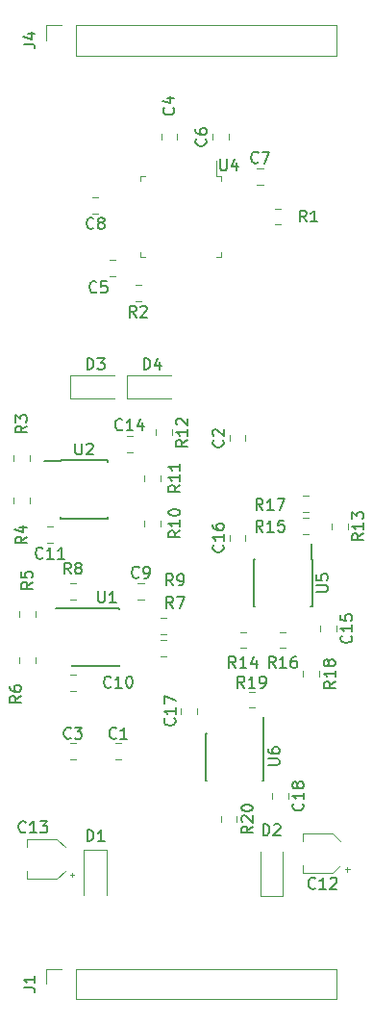
<source format=gbr>
G04 #@! TF.GenerationSoftware,KiCad,Pcbnew,5.0.2+dfsg1-1~bpo9+1*
G04 #@! TF.CreationDate,2019-05-23T15:08:07-07:00*
G04 #@! TF.ProjectId,HW,48572e6b-6963-4616-945f-706362585858,rev?*
G04 #@! TF.SameCoordinates,Original*
G04 #@! TF.FileFunction,Legend,Top*
G04 #@! TF.FilePolarity,Positive*
%FSLAX46Y46*%
G04 Gerber Fmt 4.6, Leading zero omitted, Abs format (unit mm)*
G04 Created by KiCad (PCBNEW 5.0.2+dfsg1-1~bpo9+1) date Thu 23 May 2019 03:08:07 PM PDT*
%MOMM*%
%LPD*%
G01*
G04 APERTURE LIST*
%ADD10C,0.120000*%
%ADD11C,0.150000*%
G04 APERTURE END LIST*
D10*
G04 #@! TO.C,J1*
X113670000Y-146500000D02*
X113670000Y-145170000D01*
X113670000Y-145170000D02*
X115000000Y-145170000D01*
X116270000Y-145170000D02*
X139190000Y-145170000D01*
X139190000Y-147830000D02*
X139190000Y-145170000D01*
X116270000Y-147830000D02*
X139190000Y-147830000D01*
X116270000Y-147830000D02*
X116270000Y-145170000D01*
G04 #@! TO.C,J4*
X116270000Y-64830000D02*
X116270000Y-62170000D01*
X116270000Y-64830000D02*
X139190000Y-64830000D01*
X139190000Y-64830000D02*
X139190000Y-62170000D01*
X116270000Y-62170000D02*
X139190000Y-62170000D01*
X113670000Y-62170000D02*
X115000000Y-62170000D01*
X113670000Y-63500000D02*
X113670000Y-62170000D01*
G04 #@! TO.C,D2*
X132500000Y-138750000D02*
X132500000Y-134850000D01*
X134500000Y-138750000D02*
X134500000Y-134850000D01*
X132500000Y-138750000D02*
X134500000Y-138750000D01*
G04 #@! TO.C,D1*
X119000000Y-134750000D02*
X117000000Y-134750000D01*
X117000000Y-134750000D02*
X117000000Y-138650000D01*
X119000000Y-134750000D02*
X119000000Y-138650000D01*
G04 #@! TO.C,D4*
X120750000Y-93000000D02*
X124650000Y-93000000D01*
X120750000Y-95000000D02*
X124650000Y-95000000D01*
X120750000Y-93000000D02*
X120750000Y-95000000D01*
G04 #@! TO.C,D3*
X115750000Y-93000000D02*
X115750000Y-95000000D01*
X115750000Y-95000000D02*
X119650000Y-95000000D01*
X115750000Y-93000000D02*
X119650000Y-93000000D01*
G04 #@! TO.C,R19*
X132008578Y-120790000D02*
X131491422Y-120790000D01*
X132008578Y-122210000D02*
X131491422Y-122210000D01*
G04 #@! TO.C,R18*
X137710000Y-118991422D02*
X137710000Y-119508578D01*
X136290000Y-118991422D02*
X136290000Y-119508578D01*
G04 #@! TO.C,R13*
X140210000Y-105991422D02*
X140210000Y-106508578D01*
X138790000Y-105991422D02*
X138790000Y-106508578D01*
G04 #@! TO.C,R12*
X123290000Y-97741422D02*
X123290000Y-98258578D01*
X124710000Y-97741422D02*
X124710000Y-98258578D01*
G04 #@! TO.C,R3*
X112210000Y-99991422D02*
X112210000Y-100508578D01*
X110790000Y-99991422D02*
X110790000Y-100508578D01*
G04 #@! TO.C,R4*
X110790000Y-103741422D02*
X110790000Y-104258578D01*
X112210000Y-103741422D02*
X112210000Y-104258578D01*
G04 #@! TO.C,R10*
X123710000Y-105741422D02*
X123710000Y-106258578D01*
X122290000Y-105741422D02*
X122290000Y-106258578D01*
G04 #@! TO.C,R2*
X122008578Y-85040000D02*
X121491422Y-85040000D01*
X122008578Y-86460000D02*
X121491422Y-86460000D01*
G04 #@! TO.C,R17*
X136758578Y-103540000D02*
X136241422Y-103540000D01*
X136758578Y-104960000D02*
X136241422Y-104960000D01*
G04 #@! TO.C,R14*
X130741422Y-115540000D02*
X131258578Y-115540000D01*
X130741422Y-116960000D02*
X131258578Y-116960000D01*
G04 #@! TO.C,R15*
X136758578Y-105540000D02*
X136241422Y-105540000D01*
X136758578Y-106960000D02*
X136241422Y-106960000D01*
G04 #@! TO.C,R16*
X134241422Y-115540000D02*
X134758578Y-115540000D01*
X134241422Y-116960000D02*
X134758578Y-116960000D01*
G04 #@! TO.C,R11*
X122290000Y-101741422D02*
X122290000Y-102258578D01*
X123710000Y-101741422D02*
X123710000Y-102258578D01*
G04 #@! TO.C,R1*
X133803922Y-78290000D02*
X134321078Y-78290000D01*
X133803922Y-79710000D02*
X134321078Y-79710000D01*
G04 #@! TO.C,R5*
X111290000Y-113741422D02*
X111290000Y-114258578D01*
X112710000Y-113741422D02*
X112710000Y-114258578D01*
G04 #@! TO.C,R6*
X111290000Y-118258578D02*
X111290000Y-117741422D01*
X112710000Y-118258578D02*
X112710000Y-117741422D01*
G04 #@! TO.C,R7*
X123741422Y-117710000D02*
X124258578Y-117710000D01*
X123741422Y-116290000D02*
X124258578Y-116290000D01*
G04 #@! TO.C,R8*
X116258578Y-112710000D02*
X115741422Y-112710000D01*
X116258578Y-111290000D02*
X115741422Y-111290000D01*
G04 #@! TO.C,R9*
X123741422Y-115710000D02*
X124258578Y-115710000D01*
X123741422Y-114290000D02*
X124258578Y-114290000D01*
D11*
G04 #@! TO.C,U6*
X132825000Y-124425000D02*
X132775000Y-124425000D01*
X132825000Y-128575000D02*
X132680000Y-128575000D01*
X127675000Y-128575000D02*
X127820000Y-128575000D01*
X127675000Y-124425000D02*
X127820000Y-124425000D01*
X132825000Y-124425000D02*
X132825000Y-128575000D01*
X127675000Y-124425000D02*
X127675000Y-128575000D01*
X132775000Y-124425000D02*
X132775000Y-123025000D01*
D10*
G04 #@! TO.C,C5*
X119758578Y-82790000D02*
X119241422Y-82790000D01*
X119758578Y-84210000D02*
X119241422Y-84210000D01*
D11*
G04 #@! TO.C,U5*
X137025000Y-109175000D02*
X137025000Y-107775000D01*
X131925000Y-109175000D02*
X131925000Y-113325000D01*
X137075000Y-109175000D02*
X137075000Y-113325000D01*
X131925000Y-109175000D02*
X132070000Y-109175000D01*
X131925000Y-113325000D02*
X132070000Y-113325000D01*
X137075000Y-113325000D02*
X136930000Y-113325000D01*
X137075000Y-109175000D02*
X137025000Y-109175000D01*
G04 #@! TO.C,U2*
X114925000Y-100425000D02*
X114925000Y-100475000D01*
X119075000Y-100425000D02*
X119075000Y-100570000D01*
X119075000Y-105575000D02*
X119075000Y-105430000D01*
X114925000Y-105575000D02*
X114925000Y-105430000D01*
X114925000Y-100425000D02*
X119075000Y-100425000D01*
X114925000Y-105575000D02*
X119075000Y-105575000D01*
X114925000Y-100475000D02*
X113525000Y-100475000D01*
D10*
G04 #@! TO.C,R20*
X130460000Y-131741422D02*
X130460000Y-132258578D01*
X129040000Y-131741422D02*
X129040000Y-132258578D01*
D11*
G04 #@! TO.C,U1*
X115925000Y-113475000D02*
X114525000Y-113475000D01*
X115925000Y-118575000D02*
X120075000Y-118575000D01*
X115925000Y-113425000D02*
X120075000Y-113425000D01*
X115925000Y-118575000D02*
X115925000Y-118430000D01*
X120075000Y-118575000D02*
X120075000Y-118430000D01*
X120075000Y-113425000D02*
X120075000Y-113570000D01*
X115925000Y-113425000D02*
X115925000Y-113475000D01*
D10*
G04 #@! TO.C,U4*
X129060000Y-82560000D02*
X128640000Y-82560000D01*
X121940000Y-82560000D02*
X122360000Y-82560000D01*
X121940000Y-75440000D02*
X122360000Y-75440000D01*
X129060000Y-75440000D02*
X129060000Y-75860000D01*
X121940000Y-82560000D02*
X121940000Y-82140000D01*
X129060000Y-82560000D02*
X129060000Y-82140000D01*
X128640000Y-75440000D02*
X128640000Y-74060000D01*
X129060000Y-75440000D02*
X128640000Y-75440000D01*
X121940000Y-75440000D02*
X121940000Y-75860000D01*
G04 #@! TO.C,C13*
X115937500Y-137122500D02*
X115937500Y-136747500D01*
X116125000Y-136935000D02*
X115750000Y-136935000D01*
X115320563Y-134440000D02*
X114620563Y-133740000D01*
X115320563Y-136560000D02*
X114620563Y-137260000D01*
X114620563Y-133740000D02*
X111990000Y-133740000D01*
X114620563Y-137260000D02*
X111990000Y-137260000D01*
X111990000Y-137260000D02*
X111990000Y-136560000D01*
X111990000Y-133740000D02*
X111990000Y-134440000D01*
G04 #@! TO.C,C3*
X115741422Y-126710000D02*
X116258578Y-126710000D01*
X115741422Y-125290000D02*
X116258578Y-125290000D01*
G04 #@! TO.C,C1*
X120258578Y-126710000D02*
X119741422Y-126710000D01*
X120258578Y-125290000D02*
X119741422Y-125290000D01*
G04 #@! TO.C,C2*
X131210000Y-98758578D02*
X131210000Y-98241422D01*
X129790000Y-98758578D02*
X129790000Y-98241422D01*
G04 #@! TO.C,C12*
X136240000Y-133240000D02*
X136240000Y-133940000D01*
X136240000Y-136760000D02*
X136240000Y-136060000D01*
X138870563Y-136760000D02*
X136240000Y-136760000D01*
X138870563Y-133240000D02*
X136240000Y-133240000D01*
X139570563Y-136060000D02*
X138870563Y-136760000D01*
X139570563Y-133940000D02*
X138870563Y-133240000D01*
X140375000Y-136435000D02*
X140000000Y-136435000D01*
X140187500Y-136622500D02*
X140187500Y-136247500D01*
G04 #@! TO.C,C4*
X123790000Y-72258578D02*
X123790000Y-71741422D01*
X125210000Y-72258578D02*
X125210000Y-71741422D01*
G04 #@! TO.C,C6*
X128290000Y-72258578D02*
X128290000Y-71741422D01*
X129710000Y-72258578D02*
X129710000Y-71741422D01*
G04 #@! TO.C,C8*
X118258578Y-77290000D02*
X117741422Y-77290000D01*
X118258578Y-78710000D02*
X117741422Y-78710000D01*
G04 #@! TO.C,C9*
X121741422Y-111290000D02*
X122258578Y-111290000D01*
X121741422Y-112710000D02*
X122258578Y-112710000D01*
G04 #@! TO.C,C10*
X115741422Y-120710000D02*
X116258578Y-120710000D01*
X115741422Y-119290000D02*
X116258578Y-119290000D01*
G04 #@! TO.C,C11*
X114258578Y-107710000D02*
X113741422Y-107710000D01*
X114258578Y-106290000D02*
X113741422Y-106290000D01*
G04 #@! TO.C,C7*
X132241422Y-76210000D02*
X132758578Y-76210000D01*
X132241422Y-74790000D02*
X132758578Y-74790000D01*
G04 #@! TO.C,C14*
X120741422Y-98290000D02*
X121258578Y-98290000D01*
X120741422Y-99710000D02*
X121258578Y-99710000D01*
G04 #@! TO.C,C15*
X137790000Y-114991422D02*
X137790000Y-115508578D01*
X139210000Y-114991422D02*
X139210000Y-115508578D01*
G04 #@! TO.C,C16*
X129790000Y-107508578D02*
X129790000Y-106991422D01*
X131210000Y-107508578D02*
X131210000Y-106991422D01*
G04 #@! TO.C,C17*
X126960000Y-122758578D02*
X126960000Y-122241422D01*
X125540000Y-122758578D02*
X125540000Y-122241422D01*
G04 #@! TO.C,C18*
X134960000Y-129741422D02*
X134960000Y-130258578D01*
X133540000Y-129741422D02*
X133540000Y-130258578D01*
G04 #@! TO.C,J1*
D11*
X111682380Y-146833333D02*
X112396666Y-146833333D01*
X112539523Y-146880952D01*
X112634761Y-146976190D01*
X112682380Y-147119047D01*
X112682380Y-147214285D01*
X112682380Y-145833333D02*
X112682380Y-146404761D01*
X112682380Y-146119047D02*
X111682380Y-146119047D01*
X111825238Y-146214285D01*
X111920476Y-146309523D01*
X111968095Y-146404761D01*
G04 #@! TO.C,J4*
X111682380Y-63833333D02*
X112396666Y-63833333D01*
X112539523Y-63880952D01*
X112634761Y-63976190D01*
X112682380Y-64119047D01*
X112682380Y-64214285D01*
X112015714Y-62928571D02*
X112682380Y-62928571D01*
X111634761Y-63166666D02*
X112349047Y-63404761D01*
X112349047Y-62785714D01*
G04 #@! TO.C,D2*
X132761904Y-133452380D02*
X132761904Y-132452380D01*
X133000000Y-132452380D01*
X133142857Y-132500000D01*
X133238095Y-132595238D01*
X133285714Y-132690476D01*
X133333333Y-132880952D01*
X133333333Y-133023809D01*
X133285714Y-133214285D01*
X133238095Y-133309523D01*
X133142857Y-133404761D01*
X133000000Y-133452380D01*
X132761904Y-133452380D01*
X133714285Y-132547619D02*
X133761904Y-132500000D01*
X133857142Y-132452380D01*
X134095238Y-132452380D01*
X134190476Y-132500000D01*
X134238095Y-132547619D01*
X134285714Y-132642857D01*
X134285714Y-132738095D01*
X134238095Y-132880952D01*
X133666666Y-133452380D01*
X134285714Y-133452380D01*
G04 #@! TO.C,D1*
X117261904Y-133952380D02*
X117261904Y-132952380D01*
X117500000Y-132952380D01*
X117642857Y-133000000D01*
X117738095Y-133095238D01*
X117785714Y-133190476D01*
X117833333Y-133380952D01*
X117833333Y-133523809D01*
X117785714Y-133714285D01*
X117738095Y-133809523D01*
X117642857Y-133904761D01*
X117500000Y-133952380D01*
X117261904Y-133952380D01*
X118785714Y-133952380D02*
X118214285Y-133952380D01*
X118500000Y-133952380D02*
X118500000Y-132952380D01*
X118404761Y-133095238D01*
X118309523Y-133190476D01*
X118214285Y-133238095D01*
G04 #@! TO.C,D4*
X122261904Y-92452380D02*
X122261904Y-91452380D01*
X122500000Y-91452380D01*
X122642857Y-91500000D01*
X122738095Y-91595238D01*
X122785714Y-91690476D01*
X122833333Y-91880952D01*
X122833333Y-92023809D01*
X122785714Y-92214285D01*
X122738095Y-92309523D01*
X122642857Y-92404761D01*
X122500000Y-92452380D01*
X122261904Y-92452380D01*
X123690476Y-91785714D02*
X123690476Y-92452380D01*
X123452380Y-91404761D02*
X123214285Y-92119047D01*
X123833333Y-92119047D01*
G04 #@! TO.C,D3*
X117261904Y-92452380D02*
X117261904Y-91452380D01*
X117500000Y-91452380D01*
X117642857Y-91500000D01*
X117738095Y-91595238D01*
X117785714Y-91690476D01*
X117833333Y-91880952D01*
X117833333Y-92023809D01*
X117785714Y-92214285D01*
X117738095Y-92309523D01*
X117642857Y-92404761D01*
X117500000Y-92452380D01*
X117261904Y-92452380D01*
X118166666Y-91452380D02*
X118785714Y-91452380D01*
X118452380Y-91833333D01*
X118595238Y-91833333D01*
X118690476Y-91880952D01*
X118738095Y-91928571D01*
X118785714Y-92023809D01*
X118785714Y-92261904D01*
X118738095Y-92357142D01*
X118690476Y-92404761D01*
X118595238Y-92452380D01*
X118309523Y-92452380D01*
X118214285Y-92404761D01*
X118166666Y-92357142D01*
G04 #@! TO.C,R19*
X131107142Y-120452380D02*
X130773809Y-119976190D01*
X130535714Y-120452380D02*
X130535714Y-119452380D01*
X130916666Y-119452380D01*
X131011904Y-119500000D01*
X131059523Y-119547619D01*
X131107142Y-119642857D01*
X131107142Y-119785714D01*
X131059523Y-119880952D01*
X131011904Y-119928571D01*
X130916666Y-119976190D01*
X130535714Y-119976190D01*
X132059523Y-120452380D02*
X131488095Y-120452380D01*
X131773809Y-120452380D02*
X131773809Y-119452380D01*
X131678571Y-119595238D01*
X131583333Y-119690476D01*
X131488095Y-119738095D01*
X132535714Y-120452380D02*
X132726190Y-120452380D01*
X132821428Y-120404761D01*
X132869047Y-120357142D01*
X132964285Y-120214285D01*
X133011904Y-120023809D01*
X133011904Y-119642857D01*
X132964285Y-119547619D01*
X132916666Y-119500000D01*
X132821428Y-119452380D01*
X132630952Y-119452380D01*
X132535714Y-119500000D01*
X132488095Y-119547619D01*
X132440476Y-119642857D01*
X132440476Y-119880952D01*
X132488095Y-119976190D01*
X132535714Y-120023809D01*
X132630952Y-120071428D01*
X132821428Y-120071428D01*
X132916666Y-120023809D01*
X132964285Y-119976190D01*
X133011904Y-119880952D01*
G04 #@! TO.C,R18*
X139102380Y-119892857D02*
X138626190Y-120226190D01*
X139102380Y-120464285D02*
X138102380Y-120464285D01*
X138102380Y-120083333D01*
X138150000Y-119988095D01*
X138197619Y-119940476D01*
X138292857Y-119892857D01*
X138435714Y-119892857D01*
X138530952Y-119940476D01*
X138578571Y-119988095D01*
X138626190Y-120083333D01*
X138626190Y-120464285D01*
X139102380Y-118940476D02*
X139102380Y-119511904D01*
X139102380Y-119226190D02*
X138102380Y-119226190D01*
X138245238Y-119321428D01*
X138340476Y-119416666D01*
X138388095Y-119511904D01*
X138530952Y-118369047D02*
X138483333Y-118464285D01*
X138435714Y-118511904D01*
X138340476Y-118559523D01*
X138292857Y-118559523D01*
X138197619Y-118511904D01*
X138150000Y-118464285D01*
X138102380Y-118369047D01*
X138102380Y-118178571D01*
X138150000Y-118083333D01*
X138197619Y-118035714D01*
X138292857Y-117988095D01*
X138340476Y-117988095D01*
X138435714Y-118035714D01*
X138483333Y-118083333D01*
X138530952Y-118178571D01*
X138530952Y-118369047D01*
X138578571Y-118464285D01*
X138626190Y-118511904D01*
X138721428Y-118559523D01*
X138911904Y-118559523D01*
X139007142Y-118511904D01*
X139054761Y-118464285D01*
X139102380Y-118369047D01*
X139102380Y-118178571D01*
X139054761Y-118083333D01*
X139007142Y-118035714D01*
X138911904Y-117988095D01*
X138721428Y-117988095D01*
X138626190Y-118035714D01*
X138578571Y-118083333D01*
X138530952Y-118178571D01*
G04 #@! TO.C,R13*
X141602380Y-106892857D02*
X141126190Y-107226190D01*
X141602380Y-107464285D02*
X140602380Y-107464285D01*
X140602380Y-107083333D01*
X140650000Y-106988095D01*
X140697619Y-106940476D01*
X140792857Y-106892857D01*
X140935714Y-106892857D01*
X141030952Y-106940476D01*
X141078571Y-106988095D01*
X141126190Y-107083333D01*
X141126190Y-107464285D01*
X141602380Y-105940476D02*
X141602380Y-106511904D01*
X141602380Y-106226190D02*
X140602380Y-106226190D01*
X140745238Y-106321428D01*
X140840476Y-106416666D01*
X140888095Y-106511904D01*
X140602380Y-105607142D02*
X140602380Y-104988095D01*
X140983333Y-105321428D01*
X140983333Y-105178571D01*
X141030952Y-105083333D01*
X141078571Y-105035714D01*
X141173809Y-104988095D01*
X141411904Y-104988095D01*
X141507142Y-105035714D01*
X141554761Y-105083333D01*
X141602380Y-105178571D01*
X141602380Y-105464285D01*
X141554761Y-105559523D01*
X141507142Y-105607142D01*
G04 #@! TO.C,R12*
X126102380Y-98642857D02*
X125626190Y-98976190D01*
X126102380Y-99214285D02*
X125102380Y-99214285D01*
X125102380Y-98833333D01*
X125150000Y-98738095D01*
X125197619Y-98690476D01*
X125292857Y-98642857D01*
X125435714Y-98642857D01*
X125530952Y-98690476D01*
X125578571Y-98738095D01*
X125626190Y-98833333D01*
X125626190Y-99214285D01*
X126102380Y-97690476D02*
X126102380Y-98261904D01*
X126102380Y-97976190D02*
X125102380Y-97976190D01*
X125245238Y-98071428D01*
X125340476Y-98166666D01*
X125388095Y-98261904D01*
X125197619Y-97309523D02*
X125150000Y-97261904D01*
X125102380Y-97166666D01*
X125102380Y-96928571D01*
X125150000Y-96833333D01*
X125197619Y-96785714D01*
X125292857Y-96738095D01*
X125388095Y-96738095D01*
X125530952Y-96785714D01*
X126102380Y-97357142D01*
X126102380Y-96738095D01*
G04 #@! TO.C,R3*
X111952380Y-97416666D02*
X111476190Y-97750000D01*
X111952380Y-97988095D02*
X110952380Y-97988095D01*
X110952380Y-97607142D01*
X111000000Y-97511904D01*
X111047619Y-97464285D01*
X111142857Y-97416666D01*
X111285714Y-97416666D01*
X111380952Y-97464285D01*
X111428571Y-97511904D01*
X111476190Y-97607142D01*
X111476190Y-97988095D01*
X110952380Y-97083333D02*
X110952380Y-96464285D01*
X111333333Y-96797619D01*
X111333333Y-96654761D01*
X111380952Y-96559523D01*
X111428571Y-96511904D01*
X111523809Y-96464285D01*
X111761904Y-96464285D01*
X111857142Y-96511904D01*
X111904761Y-96559523D01*
X111952380Y-96654761D01*
X111952380Y-96940476D01*
X111904761Y-97035714D01*
X111857142Y-97083333D01*
G04 #@! TO.C,R4*
X111952380Y-107166666D02*
X111476190Y-107500000D01*
X111952380Y-107738095D02*
X110952380Y-107738095D01*
X110952380Y-107357142D01*
X111000000Y-107261904D01*
X111047619Y-107214285D01*
X111142857Y-107166666D01*
X111285714Y-107166666D01*
X111380952Y-107214285D01*
X111428571Y-107261904D01*
X111476190Y-107357142D01*
X111476190Y-107738095D01*
X111285714Y-106309523D02*
X111952380Y-106309523D01*
X110904761Y-106547619D02*
X111619047Y-106785714D01*
X111619047Y-106166666D01*
G04 #@! TO.C,R10*
X125452380Y-106642857D02*
X124976190Y-106976190D01*
X125452380Y-107214285D02*
X124452380Y-107214285D01*
X124452380Y-106833333D01*
X124500000Y-106738095D01*
X124547619Y-106690476D01*
X124642857Y-106642857D01*
X124785714Y-106642857D01*
X124880952Y-106690476D01*
X124928571Y-106738095D01*
X124976190Y-106833333D01*
X124976190Y-107214285D01*
X125452380Y-105690476D02*
X125452380Y-106261904D01*
X125452380Y-105976190D02*
X124452380Y-105976190D01*
X124595238Y-106071428D01*
X124690476Y-106166666D01*
X124738095Y-106261904D01*
X124452380Y-105071428D02*
X124452380Y-104976190D01*
X124500000Y-104880952D01*
X124547619Y-104833333D01*
X124642857Y-104785714D01*
X124833333Y-104738095D01*
X125071428Y-104738095D01*
X125261904Y-104785714D01*
X125357142Y-104833333D01*
X125404761Y-104880952D01*
X125452380Y-104976190D01*
X125452380Y-105071428D01*
X125404761Y-105166666D01*
X125357142Y-105214285D01*
X125261904Y-105261904D01*
X125071428Y-105309523D01*
X124833333Y-105309523D01*
X124642857Y-105261904D01*
X124547619Y-105214285D01*
X124500000Y-105166666D01*
X124452380Y-105071428D01*
G04 #@! TO.C,R2*
X121583333Y-87852380D02*
X121250000Y-87376190D01*
X121011904Y-87852380D02*
X121011904Y-86852380D01*
X121392857Y-86852380D01*
X121488095Y-86900000D01*
X121535714Y-86947619D01*
X121583333Y-87042857D01*
X121583333Y-87185714D01*
X121535714Y-87280952D01*
X121488095Y-87328571D01*
X121392857Y-87376190D01*
X121011904Y-87376190D01*
X121964285Y-86947619D02*
X122011904Y-86900000D01*
X122107142Y-86852380D01*
X122345238Y-86852380D01*
X122440476Y-86900000D01*
X122488095Y-86947619D01*
X122535714Y-87042857D01*
X122535714Y-87138095D01*
X122488095Y-87280952D01*
X121916666Y-87852380D01*
X122535714Y-87852380D01*
G04 #@! TO.C,R17*
X132737142Y-104822380D02*
X132403809Y-104346190D01*
X132165714Y-104822380D02*
X132165714Y-103822380D01*
X132546666Y-103822380D01*
X132641904Y-103870000D01*
X132689523Y-103917619D01*
X132737142Y-104012857D01*
X132737142Y-104155714D01*
X132689523Y-104250952D01*
X132641904Y-104298571D01*
X132546666Y-104346190D01*
X132165714Y-104346190D01*
X133689523Y-104822380D02*
X133118095Y-104822380D01*
X133403809Y-104822380D02*
X133403809Y-103822380D01*
X133308571Y-103965238D01*
X133213333Y-104060476D01*
X133118095Y-104108095D01*
X134022857Y-103822380D02*
X134689523Y-103822380D01*
X134260952Y-104822380D01*
G04 #@! TO.C,R14*
X130357142Y-118702380D02*
X130023809Y-118226190D01*
X129785714Y-118702380D02*
X129785714Y-117702380D01*
X130166666Y-117702380D01*
X130261904Y-117750000D01*
X130309523Y-117797619D01*
X130357142Y-117892857D01*
X130357142Y-118035714D01*
X130309523Y-118130952D01*
X130261904Y-118178571D01*
X130166666Y-118226190D01*
X129785714Y-118226190D01*
X131309523Y-118702380D02*
X130738095Y-118702380D01*
X131023809Y-118702380D02*
X131023809Y-117702380D01*
X130928571Y-117845238D01*
X130833333Y-117940476D01*
X130738095Y-117988095D01*
X132166666Y-118035714D02*
X132166666Y-118702380D01*
X131928571Y-117654761D02*
X131690476Y-118369047D01*
X132309523Y-118369047D01*
G04 #@! TO.C,R15*
X132737142Y-106732380D02*
X132403809Y-106256190D01*
X132165714Y-106732380D02*
X132165714Y-105732380D01*
X132546666Y-105732380D01*
X132641904Y-105780000D01*
X132689523Y-105827619D01*
X132737142Y-105922857D01*
X132737142Y-106065714D01*
X132689523Y-106160952D01*
X132641904Y-106208571D01*
X132546666Y-106256190D01*
X132165714Y-106256190D01*
X133689523Y-106732380D02*
X133118095Y-106732380D01*
X133403809Y-106732380D02*
X133403809Y-105732380D01*
X133308571Y-105875238D01*
X133213333Y-105970476D01*
X133118095Y-106018095D01*
X134594285Y-105732380D02*
X134118095Y-105732380D01*
X134070476Y-106208571D01*
X134118095Y-106160952D01*
X134213333Y-106113333D01*
X134451428Y-106113333D01*
X134546666Y-106160952D01*
X134594285Y-106208571D01*
X134641904Y-106303809D01*
X134641904Y-106541904D01*
X134594285Y-106637142D01*
X134546666Y-106684761D01*
X134451428Y-106732380D01*
X134213333Y-106732380D01*
X134118095Y-106684761D01*
X134070476Y-106637142D01*
G04 #@! TO.C,R16*
X133857142Y-118702380D02*
X133523809Y-118226190D01*
X133285714Y-118702380D02*
X133285714Y-117702380D01*
X133666666Y-117702380D01*
X133761904Y-117750000D01*
X133809523Y-117797619D01*
X133857142Y-117892857D01*
X133857142Y-118035714D01*
X133809523Y-118130952D01*
X133761904Y-118178571D01*
X133666666Y-118226190D01*
X133285714Y-118226190D01*
X134809523Y-118702380D02*
X134238095Y-118702380D01*
X134523809Y-118702380D02*
X134523809Y-117702380D01*
X134428571Y-117845238D01*
X134333333Y-117940476D01*
X134238095Y-117988095D01*
X135666666Y-117702380D02*
X135476190Y-117702380D01*
X135380952Y-117750000D01*
X135333333Y-117797619D01*
X135238095Y-117940476D01*
X135190476Y-118130952D01*
X135190476Y-118511904D01*
X135238095Y-118607142D01*
X135285714Y-118654761D01*
X135380952Y-118702380D01*
X135571428Y-118702380D01*
X135666666Y-118654761D01*
X135714285Y-118607142D01*
X135761904Y-118511904D01*
X135761904Y-118273809D01*
X135714285Y-118178571D01*
X135666666Y-118130952D01*
X135571428Y-118083333D01*
X135380952Y-118083333D01*
X135285714Y-118130952D01*
X135238095Y-118178571D01*
X135190476Y-118273809D01*
G04 #@! TO.C,R11*
X125452380Y-102642857D02*
X124976190Y-102976190D01*
X125452380Y-103214285D02*
X124452380Y-103214285D01*
X124452380Y-102833333D01*
X124500000Y-102738095D01*
X124547619Y-102690476D01*
X124642857Y-102642857D01*
X124785714Y-102642857D01*
X124880952Y-102690476D01*
X124928571Y-102738095D01*
X124976190Y-102833333D01*
X124976190Y-103214285D01*
X125452380Y-101690476D02*
X125452380Y-102261904D01*
X125452380Y-101976190D02*
X124452380Y-101976190D01*
X124595238Y-102071428D01*
X124690476Y-102166666D01*
X124738095Y-102261904D01*
X125452380Y-100738095D02*
X125452380Y-101309523D01*
X125452380Y-101023809D02*
X124452380Y-101023809D01*
X124595238Y-101119047D01*
X124690476Y-101214285D01*
X124738095Y-101309523D01*
G04 #@! TO.C,R1*
X136583333Y-79452380D02*
X136250000Y-78976190D01*
X136011904Y-79452380D02*
X136011904Y-78452380D01*
X136392857Y-78452380D01*
X136488095Y-78500000D01*
X136535714Y-78547619D01*
X136583333Y-78642857D01*
X136583333Y-78785714D01*
X136535714Y-78880952D01*
X136488095Y-78928571D01*
X136392857Y-78976190D01*
X136011904Y-78976190D01*
X137535714Y-79452380D02*
X136964285Y-79452380D01*
X137250000Y-79452380D02*
X137250000Y-78452380D01*
X137154761Y-78595238D01*
X137059523Y-78690476D01*
X136964285Y-78738095D01*
G04 #@! TO.C,R5*
X112452380Y-111166666D02*
X111976190Y-111500000D01*
X112452380Y-111738095D02*
X111452380Y-111738095D01*
X111452380Y-111357142D01*
X111500000Y-111261904D01*
X111547619Y-111214285D01*
X111642857Y-111166666D01*
X111785714Y-111166666D01*
X111880952Y-111214285D01*
X111928571Y-111261904D01*
X111976190Y-111357142D01*
X111976190Y-111738095D01*
X111452380Y-110261904D02*
X111452380Y-110738095D01*
X111928571Y-110785714D01*
X111880952Y-110738095D01*
X111833333Y-110642857D01*
X111833333Y-110404761D01*
X111880952Y-110309523D01*
X111928571Y-110261904D01*
X112023809Y-110214285D01*
X112261904Y-110214285D01*
X112357142Y-110261904D01*
X112404761Y-110309523D01*
X112452380Y-110404761D01*
X112452380Y-110642857D01*
X112404761Y-110738095D01*
X112357142Y-110785714D01*
G04 #@! TO.C,R6*
X111452380Y-121166666D02*
X110976190Y-121500000D01*
X111452380Y-121738095D02*
X110452380Y-121738095D01*
X110452380Y-121357142D01*
X110500000Y-121261904D01*
X110547619Y-121214285D01*
X110642857Y-121166666D01*
X110785714Y-121166666D01*
X110880952Y-121214285D01*
X110928571Y-121261904D01*
X110976190Y-121357142D01*
X110976190Y-121738095D01*
X110452380Y-120309523D02*
X110452380Y-120500000D01*
X110500000Y-120595238D01*
X110547619Y-120642857D01*
X110690476Y-120738095D01*
X110880952Y-120785714D01*
X111261904Y-120785714D01*
X111357142Y-120738095D01*
X111404761Y-120690476D01*
X111452380Y-120595238D01*
X111452380Y-120404761D01*
X111404761Y-120309523D01*
X111357142Y-120261904D01*
X111261904Y-120214285D01*
X111023809Y-120214285D01*
X110928571Y-120261904D01*
X110880952Y-120309523D01*
X110833333Y-120404761D01*
X110833333Y-120595238D01*
X110880952Y-120690476D01*
X110928571Y-120738095D01*
X111023809Y-120785714D01*
G04 #@! TO.C,R7*
X124833333Y-113452380D02*
X124500000Y-112976190D01*
X124261904Y-113452380D02*
X124261904Y-112452380D01*
X124642857Y-112452380D01*
X124738095Y-112500000D01*
X124785714Y-112547619D01*
X124833333Y-112642857D01*
X124833333Y-112785714D01*
X124785714Y-112880952D01*
X124738095Y-112928571D01*
X124642857Y-112976190D01*
X124261904Y-112976190D01*
X125166666Y-112452380D02*
X125833333Y-112452380D01*
X125404761Y-113452380D01*
G04 #@! TO.C,R8*
X115833333Y-110452380D02*
X115500000Y-109976190D01*
X115261904Y-110452380D02*
X115261904Y-109452380D01*
X115642857Y-109452380D01*
X115738095Y-109500000D01*
X115785714Y-109547619D01*
X115833333Y-109642857D01*
X115833333Y-109785714D01*
X115785714Y-109880952D01*
X115738095Y-109928571D01*
X115642857Y-109976190D01*
X115261904Y-109976190D01*
X116404761Y-109880952D02*
X116309523Y-109833333D01*
X116261904Y-109785714D01*
X116214285Y-109690476D01*
X116214285Y-109642857D01*
X116261904Y-109547619D01*
X116309523Y-109500000D01*
X116404761Y-109452380D01*
X116595238Y-109452380D01*
X116690476Y-109500000D01*
X116738095Y-109547619D01*
X116785714Y-109642857D01*
X116785714Y-109690476D01*
X116738095Y-109785714D01*
X116690476Y-109833333D01*
X116595238Y-109880952D01*
X116404761Y-109880952D01*
X116309523Y-109928571D01*
X116261904Y-109976190D01*
X116214285Y-110071428D01*
X116214285Y-110261904D01*
X116261904Y-110357142D01*
X116309523Y-110404761D01*
X116404761Y-110452380D01*
X116595238Y-110452380D01*
X116690476Y-110404761D01*
X116738095Y-110357142D01*
X116785714Y-110261904D01*
X116785714Y-110071428D01*
X116738095Y-109976190D01*
X116690476Y-109928571D01*
X116595238Y-109880952D01*
G04 #@! TO.C,R9*
X124833333Y-111452380D02*
X124500000Y-110976190D01*
X124261904Y-111452380D02*
X124261904Y-110452380D01*
X124642857Y-110452380D01*
X124738095Y-110500000D01*
X124785714Y-110547619D01*
X124833333Y-110642857D01*
X124833333Y-110785714D01*
X124785714Y-110880952D01*
X124738095Y-110928571D01*
X124642857Y-110976190D01*
X124261904Y-110976190D01*
X125309523Y-111452380D02*
X125500000Y-111452380D01*
X125595238Y-111404761D01*
X125642857Y-111357142D01*
X125738095Y-111214285D01*
X125785714Y-111023809D01*
X125785714Y-110642857D01*
X125738095Y-110547619D01*
X125690476Y-110500000D01*
X125595238Y-110452380D01*
X125404761Y-110452380D01*
X125309523Y-110500000D01*
X125261904Y-110547619D01*
X125214285Y-110642857D01*
X125214285Y-110880952D01*
X125261904Y-110976190D01*
X125309523Y-111023809D01*
X125404761Y-111071428D01*
X125595238Y-111071428D01*
X125690476Y-111023809D01*
X125738095Y-110976190D01*
X125785714Y-110880952D01*
G04 #@! TO.C,U6*
X133202380Y-127261904D02*
X134011904Y-127261904D01*
X134107142Y-127214285D01*
X134154761Y-127166666D01*
X134202380Y-127071428D01*
X134202380Y-126880952D01*
X134154761Y-126785714D01*
X134107142Y-126738095D01*
X134011904Y-126690476D01*
X133202380Y-126690476D01*
X133202380Y-125785714D02*
X133202380Y-125976190D01*
X133250000Y-126071428D01*
X133297619Y-126119047D01*
X133440476Y-126214285D01*
X133630952Y-126261904D01*
X134011904Y-126261904D01*
X134107142Y-126214285D01*
X134154761Y-126166666D01*
X134202380Y-126071428D01*
X134202380Y-125880952D01*
X134154761Y-125785714D01*
X134107142Y-125738095D01*
X134011904Y-125690476D01*
X133773809Y-125690476D01*
X133678571Y-125738095D01*
X133630952Y-125785714D01*
X133583333Y-125880952D01*
X133583333Y-126071428D01*
X133630952Y-126166666D01*
X133678571Y-126214285D01*
X133773809Y-126261904D01*
G04 #@! TO.C,C5*
X118083333Y-85607142D02*
X118035714Y-85654761D01*
X117892857Y-85702380D01*
X117797619Y-85702380D01*
X117654761Y-85654761D01*
X117559523Y-85559523D01*
X117511904Y-85464285D01*
X117464285Y-85273809D01*
X117464285Y-85130952D01*
X117511904Y-84940476D01*
X117559523Y-84845238D01*
X117654761Y-84750000D01*
X117797619Y-84702380D01*
X117892857Y-84702380D01*
X118035714Y-84750000D01*
X118083333Y-84797619D01*
X118988095Y-84702380D02*
X118511904Y-84702380D01*
X118464285Y-85178571D01*
X118511904Y-85130952D01*
X118607142Y-85083333D01*
X118845238Y-85083333D01*
X118940476Y-85130952D01*
X118988095Y-85178571D01*
X119035714Y-85273809D01*
X119035714Y-85511904D01*
X118988095Y-85607142D01*
X118940476Y-85654761D01*
X118845238Y-85702380D01*
X118607142Y-85702380D01*
X118511904Y-85654761D01*
X118464285Y-85607142D01*
G04 #@! TO.C,U5*
X137452380Y-112011904D02*
X138261904Y-112011904D01*
X138357142Y-111964285D01*
X138404761Y-111916666D01*
X138452380Y-111821428D01*
X138452380Y-111630952D01*
X138404761Y-111535714D01*
X138357142Y-111488095D01*
X138261904Y-111440476D01*
X137452380Y-111440476D01*
X137452380Y-110488095D02*
X137452380Y-110964285D01*
X137928571Y-111011904D01*
X137880952Y-110964285D01*
X137833333Y-110869047D01*
X137833333Y-110630952D01*
X137880952Y-110535714D01*
X137928571Y-110488095D01*
X138023809Y-110440476D01*
X138261904Y-110440476D01*
X138357142Y-110488095D01*
X138404761Y-110535714D01*
X138452380Y-110630952D01*
X138452380Y-110869047D01*
X138404761Y-110964285D01*
X138357142Y-111011904D01*
G04 #@! TO.C,U2*
X116238095Y-98952380D02*
X116238095Y-99761904D01*
X116285714Y-99857142D01*
X116333333Y-99904761D01*
X116428571Y-99952380D01*
X116619047Y-99952380D01*
X116714285Y-99904761D01*
X116761904Y-99857142D01*
X116809523Y-99761904D01*
X116809523Y-98952380D01*
X117238095Y-99047619D02*
X117285714Y-99000000D01*
X117380952Y-98952380D01*
X117619047Y-98952380D01*
X117714285Y-99000000D01*
X117761904Y-99047619D01*
X117809523Y-99142857D01*
X117809523Y-99238095D01*
X117761904Y-99380952D01*
X117190476Y-99952380D01*
X117809523Y-99952380D01*
G04 #@! TO.C,R20*
X131852380Y-132642857D02*
X131376190Y-132976190D01*
X131852380Y-133214285D02*
X130852380Y-133214285D01*
X130852380Y-132833333D01*
X130900000Y-132738095D01*
X130947619Y-132690476D01*
X131042857Y-132642857D01*
X131185714Y-132642857D01*
X131280952Y-132690476D01*
X131328571Y-132738095D01*
X131376190Y-132833333D01*
X131376190Y-133214285D01*
X130947619Y-132261904D02*
X130900000Y-132214285D01*
X130852380Y-132119047D01*
X130852380Y-131880952D01*
X130900000Y-131785714D01*
X130947619Y-131738095D01*
X131042857Y-131690476D01*
X131138095Y-131690476D01*
X131280952Y-131738095D01*
X131852380Y-132309523D01*
X131852380Y-131690476D01*
X130852380Y-131071428D02*
X130852380Y-130976190D01*
X130900000Y-130880952D01*
X130947619Y-130833333D01*
X131042857Y-130785714D01*
X131233333Y-130738095D01*
X131471428Y-130738095D01*
X131661904Y-130785714D01*
X131757142Y-130833333D01*
X131804761Y-130880952D01*
X131852380Y-130976190D01*
X131852380Y-131071428D01*
X131804761Y-131166666D01*
X131757142Y-131214285D01*
X131661904Y-131261904D01*
X131471428Y-131309523D01*
X131233333Y-131309523D01*
X131042857Y-131261904D01*
X130947619Y-131214285D01*
X130900000Y-131166666D01*
X130852380Y-131071428D01*
G04 #@! TO.C,U1*
X118238095Y-111952380D02*
X118238095Y-112761904D01*
X118285714Y-112857142D01*
X118333333Y-112904761D01*
X118428571Y-112952380D01*
X118619047Y-112952380D01*
X118714285Y-112904761D01*
X118761904Y-112857142D01*
X118809523Y-112761904D01*
X118809523Y-111952380D01*
X119809523Y-112952380D02*
X119238095Y-112952380D01*
X119523809Y-112952380D02*
X119523809Y-111952380D01*
X119428571Y-112095238D01*
X119333333Y-112190476D01*
X119238095Y-112238095D01*
G04 #@! TO.C,U4*
X128988095Y-73952380D02*
X128988095Y-74761904D01*
X129035714Y-74857142D01*
X129083333Y-74904761D01*
X129178571Y-74952380D01*
X129369047Y-74952380D01*
X129464285Y-74904761D01*
X129511904Y-74857142D01*
X129559523Y-74761904D01*
X129559523Y-73952380D01*
X130464285Y-74285714D02*
X130464285Y-74952380D01*
X130226190Y-73904761D02*
X129988095Y-74619047D01*
X130607142Y-74619047D01*
G04 #@! TO.C,C13*
X111857142Y-133107142D02*
X111809523Y-133154761D01*
X111666666Y-133202380D01*
X111571428Y-133202380D01*
X111428571Y-133154761D01*
X111333333Y-133059523D01*
X111285714Y-132964285D01*
X111238095Y-132773809D01*
X111238095Y-132630952D01*
X111285714Y-132440476D01*
X111333333Y-132345238D01*
X111428571Y-132250000D01*
X111571428Y-132202380D01*
X111666666Y-132202380D01*
X111809523Y-132250000D01*
X111857142Y-132297619D01*
X112809523Y-133202380D02*
X112238095Y-133202380D01*
X112523809Y-133202380D02*
X112523809Y-132202380D01*
X112428571Y-132345238D01*
X112333333Y-132440476D01*
X112238095Y-132488095D01*
X113142857Y-132202380D02*
X113761904Y-132202380D01*
X113428571Y-132583333D01*
X113571428Y-132583333D01*
X113666666Y-132630952D01*
X113714285Y-132678571D01*
X113761904Y-132773809D01*
X113761904Y-133011904D01*
X113714285Y-133107142D01*
X113666666Y-133154761D01*
X113571428Y-133202380D01*
X113285714Y-133202380D01*
X113190476Y-133154761D01*
X113142857Y-133107142D01*
G04 #@! TO.C,C3*
X115833333Y-124857142D02*
X115785714Y-124904761D01*
X115642857Y-124952380D01*
X115547619Y-124952380D01*
X115404761Y-124904761D01*
X115309523Y-124809523D01*
X115261904Y-124714285D01*
X115214285Y-124523809D01*
X115214285Y-124380952D01*
X115261904Y-124190476D01*
X115309523Y-124095238D01*
X115404761Y-124000000D01*
X115547619Y-123952380D01*
X115642857Y-123952380D01*
X115785714Y-124000000D01*
X115833333Y-124047619D01*
X116166666Y-123952380D02*
X116785714Y-123952380D01*
X116452380Y-124333333D01*
X116595238Y-124333333D01*
X116690476Y-124380952D01*
X116738095Y-124428571D01*
X116785714Y-124523809D01*
X116785714Y-124761904D01*
X116738095Y-124857142D01*
X116690476Y-124904761D01*
X116595238Y-124952380D01*
X116309523Y-124952380D01*
X116214285Y-124904761D01*
X116166666Y-124857142D01*
G04 #@! TO.C,C1*
X119833333Y-124857142D02*
X119785714Y-124904761D01*
X119642857Y-124952380D01*
X119547619Y-124952380D01*
X119404761Y-124904761D01*
X119309523Y-124809523D01*
X119261904Y-124714285D01*
X119214285Y-124523809D01*
X119214285Y-124380952D01*
X119261904Y-124190476D01*
X119309523Y-124095238D01*
X119404761Y-124000000D01*
X119547619Y-123952380D01*
X119642857Y-123952380D01*
X119785714Y-124000000D01*
X119833333Y-124047619D01*
X120785714Y-124952380D02*
X120214285Y-124952380D01*
X120500000Y-124952380D02*
X120500000Y-123952380D01*
X120404761Y-124095238D01*
X120309523Y-124190476D01*
X120214285Y-124238095D01*
G04 #@! TO.C,C2*
X129207142Y-98666666D02*
X129254761Y-98714285D01*
X129302380Y-98857142D01*
X129302380Y-98952380D01*
X129254761Y-99095238D01*
X129159523Y-99190476D01*
X129064285Y-99238095D01*
X128873809Y-99285714D01*
X128730952Y-99285714D01*
X128540476Y-99238095D01*
X128445238Y-99190476D01*
X128350000Y-99095238D01*
X128302380Y-98952380D01*
X128302380Y-98857142D01*
X128350000Y-98714285D01*
X128397619Y-98666666D01*
X128397619Y-98285714D02*
X128350000Y-98238095D01*
X128302380Y-98142857D01*
X128302380Y-97904761D01*
X128350000Y-97809523D01*
X128397619Y-97761904D01*
X128492857Y-97714285D01*
X128588095Y-97714285D01*
X128730952Y-97761904D01*
X129302380Y-98333333D01*
X129302380Y-97714285D01*
G04 #@! TO.C,C12*
X137357142Y-138057142D02*
X137309523Y-138104761D01*
X137166666Y-138152380D01*
X137071428Y-138152380D01*
X136928571Y-138104761D01*
X136833333Y-138009523D01*
X136785714Y-137914285D01*
X136738095Y-137723809D01*
X136738095Y-137580952D01*
X136785714Y-137390476D01*
X136833333Y-137295238D01*
X136928571Y-137200000D01*
X137071428Y-137152380D01*
X137166666Y-137152380D01*
X137309523Y-137200000D01*
X137357142Y-137247619D01*
X138309523Y-138152380D02*
X137738095Y-138152380D01*
X138023809Y-138152380D02*
X138023809Y-137152380D01*
X137928571Y-137295238D01*
X137833333Y-137390476D01*
X137738095Y-137438095D01*
X138690476Y-137247619D02*
X138738095Y-137200000D01*
X138833333Y-137152380D01*
X139071428Y-137152380D01*
X139166666Y-137200000D01*
X139214285Y-137247619D01*
X139261904Y-137342857D01*
X139261904Y-137438095D01*
X139214285Y-137580952D01*
X138642857Y-138152380D01*
X139261904Y-138152380D01*
G04 #@! TO.C,C4*
X124857142Y-69416666D02*
X124904761Y-69464285D01*
X124952380Y-69607142D01*
X124952380Y-69702380D01*
X124904761Y-69845238D01*
X124809523Y-69940476D01*
X124714285Y-69988095D01*
X124523809Y-70035714D01*
X124380952Y-70035714D01*
X124190476Y-69988095D01*
X124095238Y-69940476D01*
X124000000Y-69845238D01*
X123952380Y-69702380D01*
X123952380Y-69607142D01*
X124000000Y-69464285D01*
X124047619Y-69416666D01*
X124285714Y-68559523D02*
X124952380Y-68559523D01*
X123904761Y-68797619D02*
X124619047Y-69035714D01*
X124619047Y-68416666D01*
G04 #@! TO.C,C6*
X127707142Y-72166666D02*
X127754761Y-72214285D01*
X127802380Y-72357142D01*
X127802380Y-72452380D01*
X127754761Y-72595238D01*
X127659523Y-72690476D01*
X127564285Y-72738095D01*
X127373809Y-72785714D01*
X127230952Y-72785714D01*
X127040476Y-72738095D01*
X126945238Y-72690476D01*
X126850000Y-72595238D01*
X126802380Y-72452380D01*
X126802380Y-72357142D01*
X126850000Y-72214285D01*
X126897619Y-72166666D01*
X126802380Y-71309523D02*
X126802380Y-71500000D01*
X126850000Y-71595238D01*
X126897619Y-71642857D01*
X127040476Y-71738095D01*
X127230952Y-71785714D01*
X127611904Y-71785714D01*
X127707142Y-71738095D01*
X127754761Y-71690476D01*
X127802380Y-71595238D01*
X127802380Y-71404761D01*
X127754761Y-71309523D01*
X127707142Y-71261904D01*
X127611904Y-71214285D01*
X127373809Y-71214285D01*
X127278571Y-71261904D01*
X127230952Y-71309523D01*
X127183333Y-71404761D01*
X127183333Y-71595238D01*
X127230952Y-71690476D01*
X127278571Y-71738095D01*
X127373809Y-71785714D01*
G04 #@! TO.C,C8*
X117833333Y-80007142D02*
X117785714Y-80054761D01*
X117642857Y-80102380D01*
X117547619Y-80102380D01*
X117404761Y-80054761D01*
X117309523Y-79959523D01*
X117261904Y-79864285D01*
X117214285Y-79673809D01*
X117214285Y-79530952D01*
X117261904Y-79340476D01*
X117309523Y-79245238D01*
X117404761Y-79150000D01*
X117547619Y-79102380D01*
X117642857Y-79102380D01*
X117785714Y-79150000D01*
X117833333Y-79197619D01*
X118404761Y-79530952D02*
X118309523Y-79483333D01*
X118261904Y-79435714D01*
X118214285Y-79340476D01*
X118214285Y-79292857D01*
X118261904Y-79197619D01*
X118309523Y-79150000D01*
X118404761Y-79102380D01*
X118595238Y-79102380D01*
X118690476Y-79150000D01*
X118738095Y-79197619D01*
X118785714Y-79292857D01*
X118785714Y-79340476D01*
X118738095Y-79435714D01*
X118690476Y-79483333D01*
X118595238Y-79530952D01*
X118404761Y-79530952D01*
X118309523Y-79578571D01*
X118261904Y-79626190D01*
X118214285Y-79721428D01*
X118214285Y-79911904D01*
X118261904Y-80007142D01*
X118309523Y-80054761D01*
X118404761Y-80102380D01*
X118595238Y-80102380D01*
X118690476Y-80054761D01*
X118738095Y-80007142D01*
X118785714Y-79911904D01*
X118785714Y-79721428D01*
X118738095Y-79626190D01*
X118690476Y-79578571D01*
X118595238Y-79530952D01*
G04 #@! TO.C,C9*
X121833333Y-110707142D02*
X121785714Y-110754761D01*
X121642857Y-110802380D01*
X121547619Y-110802380D01*
X121404761Y-110754761D01*
X121309523Y-110659523D01*
X121261904Y-110564285D01*
X121214285Y-110373809D01*
X121214285Y-110230952D01*
X121261904Y-110040476D01*
X121309523Y-109945238D01*
X121404761Y-109850000D01*
X121547619Y-109802380D01*
X121642857Y-109802380D01*
X121785714Y-109850000D01*
X121833333Y-109897619D01*
X122309523Y-110802380D02*
X122500000Y-110802380D01*
X122595238Y-110754761D01*
X122642857Y-110707142D01*
X122738095Y-110564285D01*
X122785714Y-110373809D01*
X122785714Y-109992857D01*
X122738095Y-109897619D01*
X122690476Y-109850000D01*
X122595238Y-109802380D01*
X122404761Y-109802380D01*
X122309523Y-109850000D01*
X122261904Y-109897619D01*
X122214285Y-109992857D01*
X122214285Y-110230952D01*
X122261904Y-110326190D01*
X122309523Y-110373809D01*
X122404761Y-110421428D01*
X122595238Y-110421428D01*
X122690476Y-110373809D01*
X122738095Y-110326190D01*
X122785714Y-110230952D01*
G04 #@! TO.C,C10*
X119357142Y-120357142D02*
X119309523Y-120404761D01*
X119166666Y-120452380D01*
X119071428Y-120452380D01*
X118928571Y-120404761D01*
X118833333Y-120309523D01*
X118785714Y-120214285D01*
X118738095Y-120023809D01*
X118738095Y-119880952D01*
X118785714Y-119690476D01*
X118833333Y-119595238D01*
X118928571Y-119500000D01*
X119071428Y-119452380D01*
X119166666Y-119452380D01*
X119309523Y-119500000D01*
X119357142Y-119547619D01*
X120309523Y-120452380D02*
X119738095Y-120452380D01*
X120023809Y-120452380D02*
X120023809Y-119452380D01*
X119928571Y-119595238D01*
X119833333Y-119690476D01*
X119738095Y-119738095D01*
X120928571Y-119452380D02*
X121023809Y-119452380D01*
X121119047Y-119500000D01*
X121166666Y-119547619D01*
X121214285Y-119642857D01*
X121261904Y-119833333D01*
X121261904Y-120071428D01*
X121214285Y-120261904D01*
X121166666Y-120357142D01*
X121119047Y-120404761D01*
X121023809Y-120452380D01*
X120928571Y-120452380D01*
X120833333Y-120404761D01*
X120785714Y-120357142D01*
X120738095Y-120261904D01*
X120690476Y-120071428D01*
X120690476Y-119833333D01*
X120738095Y-119642857D01*
X120785714Y-119547619D01*
X120833333Y-119500000D01*
X120928571Y-119452380D01*
G04 #@! TO.C,C11*
X113357142Y-109007142D02*
X113309523Y-109054761D01*
X113166666Y-109102380D01*
X113071428Y-109102380D01*
X112928571Y-109054761D01*
X112833333Y-108959523D01*
X112785714Y-108864285D01*
X112738095Y-108673809D01*
X112738095Y-108530952D01*
X112785714Y-108340476D01*
X112833333Y-108245238D01*
X112928571Y-108150000D01*
X113071428Y-108102380D01*
X113166666Y-108102380D01*
X113309523Y-108150000D01*
X113357142Y-108197619D01*
X114309523Y-109102380D02*
X113738095Y-109102380D01*
X114023809Y-109102380D02*
X114023809Y-108102380D01*
X113928571Y-108245238D01*
X113833333Y-108340476D01*
X113738095Y-108388095D01*
X115261904Y-109102380D02*
X114690476Y-109102380D01*
X114976190Y-109102380D02*
X114976190Y-108102380D01*
X114880952Y-108245238D01*
X114785714Y-108340476D01*
X114690476Y-108388095D01*
G04 #@! TO.C,C7*
X132333333Y-74207142D02*
X132285714Y-74254761D01*
X132142857Y-74302380D01*
X132047619Y-74302380D01*
X131904761Y-74254761D01*
X131809523Y-74159523D01*
X131761904Y-74064285D01*
X131714285Y-73873809D01*
X131714285Y-73730952D01*
X131761904Y-73540476D01*
X131809523Y-73445238D01*
X131904761Y-73350000D01*
X132047619Y-73302380D01*
X132142857Y-73302380D01*
X132285714Y-73350000D01*
X132333333Y-73397619D01*
X132666666Y-73302380D02*
X133333333Y-73302380D01*
X132904761Y-74302380D01*
G04 #@! TO.C,C14*
X120357142Y-97707142D02*
X120309523Y-97754761D01*
X120166666Y-97802380D01*
X120071428Y-97802380D01*
X119928571Y-97754761D01*
X119833333Y-97659523D01*
X119785714Y-97564285D01*
X119738095Y-97373809D01*
X119738095Y-97230952D01*
X119785714Y-97040476D01*
X119833333Y-96945238D01*
X119928571Y-96850000D01*
X120071428Y-96802380D01*
X120166666Y-96802380D01*
X120309523Y-96850000D01*
X120357142Y-96897619D01*
X121309523Y-97802380D02*
X120738095Y-97802380D01*
X121023809Y-97802380D02*
X121023809Y-96802380D01*
X120928571Y-96945238D01*
X120833333Y-97040476D01*
X120738095Y-97088095D01*
X122166666Y-97135714D02*
X122166666Y-97802380D01*
X121928571Y-96754761D02*
X121690476Y-97469047D01*
X122309523Y-97469047D01*
G04 #@! TO.C,C15*
X140507142Y-115892857D02*
X140554761Y-115940476D01*
X140602380Y-116083333D01*
X140602380Y-116178571D01*
X140554761Y-116321428D01*
X140459523Y-116416666D01*
X140364285Y-116464285D01*
X140173809Y-116511904D01*
X140030952Y-116511904D01*
X139840476Y-116464285D01*
X139745238Y-116416666D01*
X139650000Y-116321428D01*
X139602380Y-116178571D01*
X139602380Y-116083333D01*
X139650000Y-115940476D01*
X139697619Y-115892857D01*
X140602380Y-114940476D02*
X140602380Y-115511904D01*
X140602380Y-115226190D02*
X139602380Y-115226190D01*
X139745238Y-115321428D01*
X139840476Y-115416666D01*
X139888095Y-115511904D01*
X139602380Y-114035714D02*
X139602380Y-114511904D01*
X140078571Y-114559523D01*
X140030952Y-114511904D01*
X139983333Y-114416666D01*
X139983333Y-114178571D01*
X140030952Y-114083333D01*
X140078571Y-114035714D01*
X140173809Y-113988095D01*
X140411904Y-113988095D01*
X140507142Y-114035714D01*
X140554761Y-114083333D01*
X140602380Y-114178571D01*
X140602380Y-114416666D01*
X140554761Y-114511904D01*
X140507142Y-114559523D01*
G04 #@! TO.C,C16*
X129207142Y-107892857D02*
X129254761Y-107940476D01*
X129302380Y-108083333D01*
X129302380Y-108178571D01*
X129254761Y-108321428D01*
X129159523Y-108416666D01*
X129064285Y-108464285D01*
X128873809Y-108511904D01*
X128730952Y-108511904D01*
X128540476Y-108464285D01*
X128445238Y-108416666D01*
X128350000Y-108321428D01*
X128302380Y-108178571D01*
X128302380Y-108083333D01*
X128350000Y-107940476D01*
X128397619Y-107892857D01*
X129302380Y-106940476D02*
X129302380Y-107511904D01*
X129302380Y-107226190D02*
X128302380Y-107226190D01*
X128445238Y-107321428D01*
X128540476Y-107416666D01*
X128588095Y-107511904D01*
X128302380Y-106083333D02*
X128302380Y-106273809D01*
X128350000Y-106369047D01*
X128397619Y-106416666D01*
X128540476Y-106511904D01*
X128730952Y-106559523D01*
X129111904Y-106559523D01*
X129207142Y-106511904D01*
X129254761Y-106464285D01*
X129302380Y-106369047D01*
X129302380Y-106178571D01*
X129254761Y-106083333D01*
X129207142Y-106035714D01*
X129111904Y-105988095D01*
X128873809Y-105988095D01*
X128778571Y-106035714D01*
X128730952Y-106083333D01*
X128683333Y-106178571D01*
X128683333Y-106369047D01*
X128730952Y-106464285D01*
X128778571Y-106511904D01*
X128873809Y-106559523D01*
G04 #@! TO.C,C17*
X124957142Y-123142857D02*
X125004761Y-123190476D01*
X125052380Y-123333333D01*
X125052380Y-123428571D01*
X125004761Y-123571428D01*
X124909523Y-123666666D01*
X124814285Y-123714285D01*
X124623809Y-123761904D01*
X124480952Y-123761904D01*
X124290476Y-123714285D01*
X124195238Y-123666666D01*
X124100000Y-123571428D01*
X124052380Y-123428571D01*
X124052380Y-123333333D01*
X124100000Y-123190476D01*
X124147619Y-123142857D01*
X125052380Y-122190476D02*
X125052380Y-122761904D01*
X125052380Y-122476190D02*
X124052380Y-122476190D01*
X124195238Y-122571428D01*
X124290476Y-122666666D01*
X124338095Y-122761904D01*
X124052380Y-121857142D02*
X124052380Y-121190476D01*
X125052380Y-121619047D01*
G04 #@! TO.C,C18*
X136257142Y-130642857D02*
X136304761Y-130690476D01*
X136352380Y-130833333D01*
X136352380Y-130928571D01*
X136304761Y-131071428D01*
X136209523Y-131166666D01*
X136114285Y-131214285D01*
X135923809Y-131261904D01*
X135780952Y-131261904D01*
X135590476Y-131214285D01*
X135495238Y-131166666D01*
X135400000Y-131071428D01*
X135352380Y-130928571D01*
X135352380Y-130833333D01*
X135400000Y-130690476D01*
X135447619Y-130642857D01*
X136352380Y-129690476D02*
X136352380Y-130261904D01*
X136352380Y-129976190D02*
X135352380Y-129976190D01*
X135495238Y-130071428D01*
X135590476Y-130166666D01*
X135638095Y-130261904D01*
X135780952Y-129119047D02*
X135733333Y-129214285D01*
X135685714Y-129261904D01*
X135590476Y-129309523D01*
X135542857Y-129309523D01*
X135447619Y-129261904D01*
X135400000Y-129214285D01*
X135352380Y-129119047D01*
X135352380Y-128928571D01*
X135400000Y-128833333D01*
X135447619Y-128785714D01*
X135542857Y-128738095D01*
X135590476Y-128738095D01*
X135685714Y-128785714D01*
X135733333Y-128833333D01*
X135780952Y-128928571D01*
X135780952Y-129119047D01*
X135828571Y-129214285D01*
X135876190Y-129261904D01*
X135971428Y-129309523D01*
X136161904Y-129309523D01*
X136257142Y-129261904D01*
X136304761Y-129214285D01*
X136352380Y-129119047D01*
X136352380Y-128928571D01*
X136304761Y-128833333D01*
X136257142Y-128785714D01*
X136161904Y-128738095D01*
X135971428Y-128738095D01*
X135876190Y-128785714D01*
X135828571Y-128833333D01*
X135780952Y-128928571D01*
G04 #@! TD*
M02*

</source>
